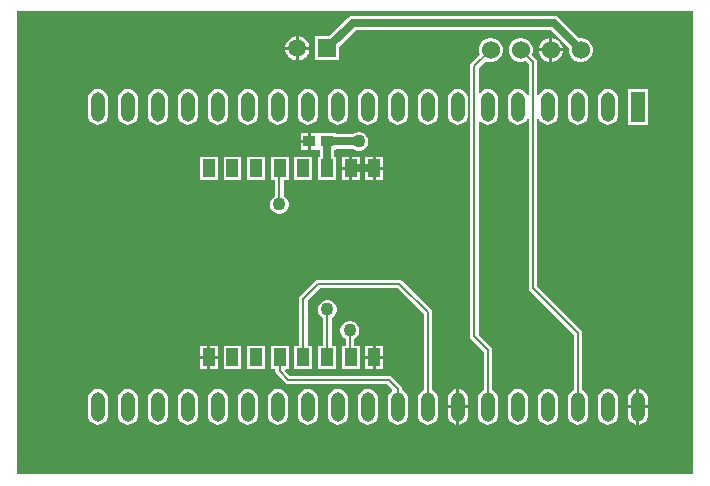
<source format=gbl>
G04*
G04 #@! TF.GenerationSoftware,Altium Limited,Altium Designer,21.3.2 (30)*
G04*
G04 Layer_Physical_Order=2*
G04 Layer_Color=16711680*
%FSTAX24Y24*%
%MOIN*%
G70*
G04*
G04 #@! TF.SameCoordinates,7CA10C46-D00E-43F5-BDD8-F0146F79C00B*
G04*
G04*
G04 #@! TF.FilePolarity,Positive*
G04*
G01*
G75*
%ADD11C,0.0079*%
%ADD18C,0.0276*%
%ADD19C,0.0600*%
%ADD20C,0.0598*%
%ADD21R,0.0598X0.0598*%
%ADD22R,0.0472X0.0984*%
%ADD23O,0.0472X0.0984*%
%ADD24C,0.0433*%
%ADD25R,0.0394X0.0591*%
%ADD26R,0.0394X0.0374*%
G36*
X022683Y015596D02*
Y000152D01*
X000152D01*
Y015596D01*
X022683Y015596D01*
D02*
G37*
%LPC*%
G36*
X009553Y014749D02*
X00955D01*
Y0144D01*
X009899D01*
Y014403D01*
X009872Y014504D01*
X009819Y014595D01*
X009745Y014669D01*
X009654Y014722D01*
X009553Y014749D01*
D02*
G37*
G36*
X00945D02*
X009447D01*
X009346Y014722D01*
X009255Y014669D01*
X009181Y014595D01*
X009128Y014504D01*
X009101Y014403D01*
Y0144D01*
X00945D01*
Y014749D01*
D02*
G37*
G36*
X018003Y0147D02*
X018D01*
Y01435D01*
X01835D01*
Y014353D01*
X018323Y014454D01*
X01827Y014546D01*
X018196Y01462D01*
X018104Y014673D01*
X018003Y0147D01*
D02*
G37*
G36*
X0179D02*
X017897D01*
X017796Y014673D01*
X017704Y01462D01*
X01763Y014546D01*
X017577Y014454D01*
X01755Y014353D01*
Y01435D01*
X0179D01*
Y0147D01*
D02*
G37*
G36*
X009899Y0143D02*
X00955D01*
Y013951D01*
X009553D01*
X009654Y013978D01*
X009745Y014031D01*
X009819Y014105D01*
X009872Y014196D01*
X009899Y014297D01*
Y0143D01*
D02*
G37*
G36*
X00945D02*
X009101D01*
Y014297D01*
X009128Y014196D01*
X009181Y014105D01*
X009255Y014031D01*
X009346Y013978D01*
X009447Y013951D01*
X00945D01*
Y0143D01*
D02*
G37*
G36*
X01135Y015442D02*
X011257Y015424D01*
X011179Y015371D01*
X010556Y014749D01*
X010101D01*
Y013951D01*
X010899D01*
Y014406D01*
X01145Y014958D01*
X01795D01*
X018551Y014356D01*
X01855Y014353D01*
Y014247D01*
X018577Y014146D01*
X01863Y014054D01*
X018704Y01398D01*
X018796Y013927D01*
X018897Y0139D01*
X019003D01*
X019104Y013927D01*
X019196Y01398D01*
X01927Y014054D01*
X019323Y014146D01*
X01935Y014247D01*
Y014353D01*
X019323Y014454D01*
X01927Y014546D01*
X019196Y01462D01*
X019104Y014673D01*
X019003Y0147D01*
X018897D01*
X018894Y014699D01*
X018221Y015371D01*
X018143Y015424D01*
X01805Y015442D01*
X01135D01*
X01135Y015442D01*
D02*
G37*
G36*
X01835Y01425D02*
X018D01*
Y0139D01*
X018003D01*
X018104Y013927D01*
X018196Y01398D01*
X01827Y014054D01*
X018323Y014146D01*
X01835Y014247D01*
Y01425D01*
D02*
G37*
G36*
X0179D02*
X01755D01*
Y014247D01*
X017577Y014146D01*
X01763Y014054D01*
X017704Y01398D01*
X017796Y013927D01*
X017897Y0139D01*
X0179D01*
Y01425D01*
D02*
G37*
G36*
X016003Y0147D02*
X015897D01*
X015796Y014673D01*
X015704Y01462D01*
X01563Y014546D01*
X015577Y014454D01*
X01555Y014353D01*
Y014247D01*
X015577Y014146D01*
X015584Y014135D01*
X0153Y01385D01*
X015269Y013804D01*
X015258Y01375D01*
Y00475D01*
X015269Y004696D01*
X0153Y00465D01*
X015708Y004241D01*
Y002961D01*
X01568Y00295D01*
X01561Y002896D01*
X015556Y002825D01*
X015522Y002744D01*
X015511Y002656D01*
Y002144D01*
X015522Y002056D01*
X015556Y001975D01*
X01561Y001904D01*
X01568Y00185D01*
X015762Y001817D01*
X01585Y001805D01*
X015938Y001817D01*
X01602Y00185D01*
X01609Y001904D01*
X016144Y001975D01*
X016178Y002056D01*
X016189Y002144D01*
Y002656D01*
X016178Y002744D01*
X016144Y002825D01*
X01609Y002896D01*
X01602Y00295D01*
X015992Y002961D01*
Y0043D01*
X015981Y004354D01*
X01595Y0044D01*
X015542Y004809D01*
Y011911D01*
X015592Y011928D01*
X01561Y011904D01*
X01568Y01185D01*
X015762Y011817D01*
X01585Y011805D01*
X015938Y011817D01*
X01602Y01185D01*
X01609Y011904D01*
X016144Y011975D01*
X016178Y012056D01*
X016189Y012144D01*
Y012656D01*
X016178Y012744D01*
X016144Y012825D01*
X01609Y012896D01*
X01602Y01295D01*
X015938Y012983D01*
X01585Y012995D01*
X015762Y012983D01*
X01568Y01295D01*
X01561Y012896D01*
X015592Y012872D01*
X015542Y012889D01*
Y013691D01*
X015785Y013934D01*
X015796Y013927D01*
X015897Y0139D01*
X016003D01*
X016104Y013927D01*
X016196Y01398D01*
X01627Y014054D01*
X016323Y014146D01*
X01635Y014247D01*
Y014353D01*
X016323Y014454D01*
X01627Y014546D01*
X016196Y01462D01*
X016104Y014673D01*
X016003Y0147D01*
D02*
G37*
G36*
X017003D02*
X016897D01*
X016796Y014673D01*
X016704Y01462D01*
X01663Y014546D01*
X016577Y014454D01*
X01655Y014353D01*
Y014247D01*
X016577Y014146D01*
X01663Y014054D01*
X016704Y01398D01*
X016796Y013927D01*
X016897Y0139D01*
X017003D01*
X017104Y013927D01*
X017115Y013934D01*
X017208Y013841D01*
Y012801D01*
X017158Y012791D01*
X017144Y012825D01*
X01709Y012896D01*
X01702Y01295D01*
X016938Y012983D01*
X01685Y012995D01*
X016762Y012983D01*
X01668Y01295D01*
X01661Y012896D01*
X016556Y012825D01*
X016522Y012744D01*
X016511Y012656D01*
Y012144D01*
X016522Y012056D01*
X016556Y011975D01*
X01661Y011904D01*
X01668Y01185D01*
X016762Y011817D01*
X01685Y011805D01*
X016938Y011817D01*
X01702Y01185D01*
X01709Y011904D01*
X017144Y011975D01*
X017158Y012009D01*
X017208Y011999D01*
Y00635D01*
X017219Y006296D01*
X01725Y00625D01*
X018708Y004791D01*
Y002961D01*
X01868Y00295D01*
X01861Y002896D01*
X018556Y002825D01*
X018522Y002744D01*
X018511Y002656D01*
Y002144D01*
X018522Y002056D01*
X018556Y001975D01*
X01861Y001904D01*
X01868Y00185D01*
X018762Y001817D01*
X01885Y001805D01*
X018938Y001817D01*
X01902Y00185D01*
X01909Y001904D01*
X019144Y001975D01*
X019178Y002056D01*
X019189Y002144D01*
Y002656D01*
X019178Y002744D01*
X019144Y002825D01*
X01909Y002896D01*
X01902Y00295D01*
X018992Y002961D01*
Y00485D01*
X018981Y004904D01*
X01895Y00495D01*
X017492Y006409D01*
Y011999D01*
X017542Y012009D01*
X017556Y011975D01*
X01761Y011904D01*
X01768Y01185D01*
X017762Y011817D01*
X01785Y011805D01*
X017938Y011817D01*
X01802Y01185D01*
X01809Y011904D01*
X018144Y011975D01*
X018178Y012056D01*
X018189Y012144D01*
Y012656D01*
X018178Y012744D01*
X018144Y012825D01*
X01809Y012896D01*
X01802Y01295D01*
X017938Y012983D01*
X01785Y012995D01*
X017762Y012983D01*
X01768Y01295D01*
X01761Y012896D01*
X017556Y012825D01*
X017542Y012791D01*
X017492Y012801D01*
Y0139D01*
X017481Y013954D01*
X01745Y014D01*
X017316Y014135D01*
X017323Y014146D01*
X01735Y014247D01*
Y014353D01*
X017323Y014454D01*
X01727Y014546D01*
X017196Y01462D01*
X017104Y014673D01*
X017003Y0147D01*
D02*
G37*
G36*
X021186Y012992D02*
X020514D01*
Y011808D01*
X021186D01*
Y012992D01*
D02*
G37*
G36*
X01985Y012995D02*
X019762Y012983D01*
X01968Y01295D01*
X01961Y012896D01*
X019556Y012825D01*
X019522Y012744D01*
X019511Y012656D01*
Y012144D01*
X019522Y012056D01*
X019556Y011975D01*
X01961Y011904D01*
X01968Y01185D01*
X019762Y011817D01*
X01985Y011805D01*
X019938Y011817D01*
X02002Y01185D01*
X02009Y011904D01*
X020144Y011975D01*
X020178Y012056D01*
X020189Y012144D01*
Y012656D01*
X020178Y012744D01*
X020144Y012825D01*
X02009Y012896D01*
X02002Y01295D01*
X019938Y012983D01*
X01985Y012995D01*
D02*
G37*
G36*
X01885D02*
X018762Y012983D01*
X01868Y01295D01*
X01861Y012896D01*
X018556Y012825D01*
X018522Y012744D01*
X018511Y012656D01*
Y012144D01*
X018522Y012056D01*
X018556Y011975D01*
X01861Y011904D01*
X01868Y01185D01*
X018762Y011817D01*
X01885Y011805D01*
X018938Y011817D01*
X01902Y01185D01*
X01909Y011904D01*
X019144Y011975D01*
X019178Y012056D01*
X019189Y012144D01*
Y012656D01*
X019178Y012744D01*
X019144Y012825D01*
X01909Y012896D01*
X01902Y01295D01*
X018938Y012983D01*
X01885Y012995D01*
D02*
G37*
G36*
X01485D02*
X014762Y012983D01*
X01468Y01295D01*
X01461Y012896D01*
X014556Y012825D01*
X014522Y012744D01*
X014511Y012656D01*
Y012144D01*
X014522Y012056D01*
X014556Y011975D01*
X01461Y011904D01*
X01468Y01185D01*
X014762Y011817D01*
X01485Y011805D01*
X014938Y011817D01*
X01502Y01185D01*
X01509Y011904D01*
X015144Y011975D01*
X015178Y012056D01*
X015189Y012144D01*
Y012656D01*
X015178Y012744D01*
X015144Y012825D01*
X01509Y012896D01*
X01502Y01295D01*
X014938Y012983D01*
X01485Y012995D01*
D02*
G37*
G36*
X01385D02*
X013762Y012983D01*
X01368Y01295D01*
X01361Y012896D01*
X013556Y012825D01*
X013522Y012744D01*
X013511Y012656D01*
Y012144D01*
X013522Y012056D01*
X013556Y011975D01*
X01361Y011904D01*
X01368Y01185D01*
X013762Y011817D01*
X01385Y011805D01*
X013938Y011817D01*
X01402Y01185D01*
X01409Y011904D01*
X014144Y011975D01*
X014178Y012056D01*
X014189Y012144D01*
Y012656D01*
X014178Y012744D01*
X014144Y012825D01*
X01409Y012896D01*
X01402Y01295D01*
X013938Y012983D01*
X01385Y012995D01*
D02*
G37*
G36*
X01285D02*
X012762Y012983D01*
X01268Y01295D01*
X01261Y012896D01*
X012556Y012825D01*
X012522Y012744D01*
X012511Y012656D01*
Y012144D01*
X012522Y012056D01*
X012556Y011975D01*
X01261Y011904D01*
X01268Y01185D01*
X012762Y011817D01*
X01285Y011805D01*
X012938Y011817D01*
X01302Y01185D01*
X01309Y011904D01*
X013144Y011975D01*
X013178Y012056D01*
X013189Y012144D01*
Y012656D01*
X013178Y012744D01*
X013144Y012825D01*
X01309Y012896D01*
X01302Y01295D01*
X012938Y012983D01*
X01285Y012995D01*
D02*
G37*
G36*
X01185D02*
X011762Y012983D01*
X01168Y01295D01*
X01161Y012896D01*
X011556Y012825D01*
X011522Y012744D01*
X011511Y012656D01*
Y012144D01*
X011522Y012056D01*
X011556Y011975D01*
X01161Y011904D01*
X01168Y01185D01*
X011762Y011817D01*
X01185Y011805D01*
X011938Y011817D01*
X01202Y01185D01*
X01209Y011904D01*
X012144Y011975D01*
X012178Y012056D01*
X012189Y012144D01*
Y012656D01*
X012178Y012744D01*
X012144Y012825D01*
X01209Y012896D01*
X01202Y01295D01*
X011938Y012983D01*
X01185Y012995D01*
D02*
G37*
G36*
X01085D02*
X010762Y012983D01*
X01068Y01295D01*
X01061Y012896D01*
X010556Y012825D01*
X010522Y012744D01*
X010511Y012656D01*
Y012144D01*
X010522Y012056D01*
X010556Y011975D01*
X01061Y011904D01*
X01068Y01185D01*
X010762Y011817D01*
X01085Y011805D01*
X010938Y011817D01*
X01102Y01185D01*
X01109Y011904D01*
X011144Y011975D01*
X011178Y012056D01*
X011189Y012144D01*
Y012656D01*
X011178Y012744D01*
X011144Y012825D01*
X01109Y012896D01*
X01102Y01295D01*
X010938Y012983D01*
X01085Y012995D01*
D02*
G37*
G36*
X00985D02*
X009762Y012983D01*
X00968Y01295D01*
X00961Y012896D01*
X009556Y012825D01*
X009522Y012744D01*
X009511Y012656D01*
Y012144D01*
X009522Y012056D01*
X009556Y011975D01*
X00961Y011904D01*
X00968Y01185D01*
X009762Y011817D01*
X00985Y011805D01*
X009938Y011817D01*
X01002Y01185D01*
X01009Y011904D01*
X010144Y011975D01*
X010178Y012056D01*
X010189Y012144D01*
Y012656D01*
X010178Y012744D01*
X010144Y012825D01*
X01009Y012896D01*
X01002Y01295D01*
X009938Y012983D01*
X00985Y012995D01*
D02*
G37*
G36*
X00885D02*
X008762Y012983D01*
X00868Y01295D01*
X00861Y012896D01*
X008556Y012825D01*
X008522Y012744D01*
X008511Y012656D01*
Y012144D01*
X008522Y012056D01*
X008556Y011975D01*
X00861Y011904D01*
X00868Y01185D01*
X008762Y011817D01*
X00885Y011805D01*
X008938Y011817D01*
X00902Y01185D01*
X00909Y011904D01*
X009144Y011975D01*
X009178Y012056D01*
X009189Y012144D01*
Y012656D01*
X009178Y012744D01*
X009144Y012825D01*
X00909Y012896D01*
X00902Y01295D01*
X008938Y012983D01*
X00885Y012995D01*
D02*
G37*
G36*
X00785D02*
X007762Y012983D01*
X00768Y01295D01*
X00761Y012896D01*
X007556Y012825D01*
X007522Y012744D01*
X007511Y012656D01*
Y012144D01*
X007522Y012056D01*
X007556Y011975D01*
X00761Y011904D01*
X00768Y01185D01*
X007762Y011817D01*
X00785Y011805D01*
X007938Y011817D01*
X00802Y01185D01*
X00809Y011904D01*
X008144Y011975D01*
X008178Y012056D01*
X008189Y012144D01*
Y012656D01*
X008178Y012744D01*
X008144Y012825D01*
X00809Y012896D01*
X00802Y01295D01*
X007938Y012983D01*
X00785Y012995D01*
D02*
G37*
G36*
X00685D02*
X006762Y012983D01*
X00668Y01295D01*
X00661Y012896D01*
X006556Y012825D01*
X006522Y012744D01*
X006511Y012656D01*
Y012144D01*
X006522Y012056D01*
X006556Y011975D01*
X00661Y011904D01*
X00668Y01185D01*
X006762Y011817D01*
X00685Y011805D01*
X006938Y011817D01*
X00702Y01185D01*
X00709Y011904D01*
X007144Y011975D01*
X007178Y012056D01*
X007189Y012144D01*
Y012656D01*
X007178Y012744D01*
X007144Y012825D01*
X00709Y012896D01*
X00702Y01295D01*
X006938Y012983D01*
X00685Y012995D01*
D02*
G37*
G36*
X00585D02*
X005762Y012983D01*
X00568Y01295D01*
X00561Y012896D01*
X005556Y012825D01*
X005522Y012744D01*
X005511Y012656D01*
Y012144D01*
X005522Y012056D01*
X005556Y011975D01*
X00561Y011904D01*
X00568Y01185D01*
X005762Y011817D01*
X00585Y011805D01*
X005938Y011817D01*
X00602Y01185D01*
X00609Y011904D01*
X006144Y011975D01*
X006178Y012056D01*
X006189Y012144D01*
Y012656D01*
X006178Y012744D01*
X006144Y012825D01*
X00609Y012896D01*
X00602Y01295D01*
X005938Y012983D01*
X00585Y012995D01*
D02*
G37*
G36*
X00485D02*
X004762Y012983D01*
X00468Y01295D01*
X00461Y012896D01*
X004556Y012825D01*
X004522Y012744D01*
X004511Y012656D01*
Y012144D01*
X004522Y012056D01*
X004556Y011975D01*
X00461Y011904D01*
X00468Y01185D01*
X004762Y011817D01*
X00485Y011805D01*
X004938Y011817D01*
X00502Y01185D01*
X00509Y011904D01*
X005144Y011975D01*
X005178Y012056D01*
X005189Y012144D01*
Y012656D01*
X005178Y012744D01*
X005144Y012825D01*
X00509Y012896D01*
X00502Y01295D01*
X004938Y012983D01*
X00485Y012995D01*
D02*
G37*
G36*
X00385D02*
X003762Y012983D01*
X00368Y01295D01*
X00361Y012896D01*
X003556Y012825D01*
X003522Y012744D01*
X003511Y012656D01*
Y012144D01*
X003522Y012056D01*
X003556Y011975D01*
X00361Y011904D01*
X00368Y01185D01*
X003762Y011817D01*
X00385Y011805D01*
X003938Y011817D01*
X00402Y01185D01*
X00409Y011904D01*
X004144Y011975D01*
X004178Y012056D01*
X004189Y012144D01*
Y012656D01*
X004178Y012744D01*
X004144Y012825D01*
X00409Y012896D01*
X00402Y01295D01*
X003938Y012983D01*
X00385Y012995D01*
D02*
G37*
G36*
X00285D02*
X002762Y012983D01*
X00268Y01295D01*
X00261Y012896D01*
X002556Y012825D01*
X002522Y012744D01*
X002511Y012656D01*
Y012144D01*
X002522Y012056D01*
X002556Y011975D01*
X00261Y011904D01*
X00268Y01185D01*
X002762Y011817D01*
X00285Y011805D01*
X002938Y011817D01*
X00302Y01185D01*
X00309Y011904D01*
X003144Y011975D01*
X003178Y012056D01*
X003189Y012144D01*
Y012656D01*
X003178Y012744D01*
X003144Y012825D01*
X00309Y012896D01*
X00302Y01295D01*
X002938Y012983D01*
X00285Y012995D01*
D02*
G37*
G36*
X011592Y011567D02*
X011508D01*
X011428Y011545D01*
X011356Y011503D01*
X011345Y011492D01*
X010792D01*
Y011537D01*
X009955D01*
Y01125D01*
Y010963D01*
X010249D01*
Y010745D01*
X010191D01*
Y009955D01*
X010784D01*
Y010745D01*
X010734D01*
Y010963D01*
X010792D01*
Y011008D01*
X011345D01*
X011356Y010997D01*
X011428Y010955D01*
X011508Y010933D01*
X011592D01*
X011672Y010955D01*
X011744Y010997D01*
X011803Y011056D01*
X011845Y011128D01*
X011867Y011208D01*
Y011292D01*
X011845Y011372D01*
X011803Y011444D01*
X011744Y011503D01*
X011672Y011545D01*
X011592Y011567D01*
D02*
G37*
G36*
X009855Y011537D02*
X009608D01*
Y0113D01*
X009855D01*
Y011537D01*
D02*
G37*
G36*
Y0112D02*
X009608D01*
Y010963D01*
X009855D01*
Y0112D01*
D02*
G37*
G36*
X012359Y010745D02*
X012112D01*
Y0104D01*
X012359D01*
Y010745D01*
D02*
G37*
G36*
X011572D02*
X011325D01*
Y0104D01*
X011572D01*
Y010745D01*
D02*
G37*
G36*
X012012D02*
X011765D01*
Y0104D01*
X012012D01*
Y010745D01*
D02*
G37*
G36*
X011225D02*
X010978D01*
Y0104D01*
X011225D01*
Y010745D01*
D02*
G37*
G36*
X012359Y0103D02*
X012112D01*
Y009955D01*
X012359D01*
Y0103D01*
D02*
G37*
G36*
X012012D02*
X011765D01*
Y009955D01*
X012012D01*
Y0103D01*
D02*
G37*
G36*
X011572D02*
X011325D01*
Y009955D01*
X011572D01*
Y0103D01*
D02*
G37*
G36*
X011225D02*
X010978D01*
Y009955D01*
X011225D01*
Y0103D01*
D02*
G37*
G36*
X009997Y010745D02*
X009403D01*
Y009955D01*
X009997D01*
Y010745D01*
D02*
G37*
G36*
X008422D02*
X007828D01*
Y009955D01*
X008422D01*
Y010745D01*
D02*
G37*
G36*
X007635D02*
X007041D01*
Y009955D01*
X007635D01*
Y010745D01*
D02*
G37*
G36*
X006847D02*
X006254D01*
Y009955D01*
X006847D01*
Y010745D01*
D02*
G37*
G36*
X009209D02*
X008616D01*
Y009955D01*
X008758D01*
Y009433D01*
X008706Y009403D01*
X008647Y009344D01*
X008605Y009272D01*
X008583Y009192D01*
Y009108D01*
X008605Y009028D01*
X008647Y008956D01*
X008706Y008897D01*
X008778Y008855D01*
X008858Y008833D01*
X008942D01*
X009022Y008855D01*
X009094Y008897D01*
X009153Y008956D01*
X009195Y009028D01*
X009217Y009108D01*
Y009192D01*
X009195Y009272D01*
X009153Y009344D01*
X009094Y009403D01*
X009042Y009433D01*
Y009955D01*
X009209D01*
Y010745D01*
D02*
G37*
G36*
X012359Y004446D02*
X012112D01*
Y004101D01*
X012359D01*
Y004446D01*
D02*
G37*
G36*
X006847D02*
X0066D01*
Y004101D01*
X006847D01*
Y004446D01*
D02*
G37*
G36*
X012012D02*
X011765D01*
Y004101D01*
X012012D01*
Y004446D01*
D02*
G37*
G36*
X0065D02*
X006254D01*
Y004101D01*
X0065D01*
Y004446D01*
D02*
G37*
G36*
X012359Y004001D02*
X012112D01*
Y003656D01*
X012359D01*
Y004001D01*
D02*
G37*
G36*
X012012D02*
X011765D01*
Y003656D01*
X012012D01*
Y004001D01*
D02*
G37*
G36*
X011292Y005267D02*
X011208D01*
X011128Y005245D01*
X011056Y005203D01*
X010997Y005144D01*
X010955Y005072D01*
X010933Y004992D01*
Y004908D01*
X010955Y004828D01*
X010997Y004756D01*
X011056Y004697D01*
X011108Y004667D01*
Y004446D01*
X010978D01*
Y003656D01*
X011572D01*
Y004446D01*
X011392D01*
Y004667D01*
X011444Y004697D01*
X011503Y004756D01*
X011545Y004828D01*
X011567Y004908D01*
Y004992D01*
X011545Y005072D01*
X011503Y005144D01*
X011444Y005203D01*
X011372Y005245D01*
X011292Y005267D01*
D02*
G37*
G36*
X010542Y005967D02*
X010458D01*
X010378Y005945D01*
X010306Y005903D01*
X010247Y005844D01*
X010205Y005772D01*
X010183Y005692D01*
Y005608D01*
X010205Y005528D01*
X010247Y005456D01*
X010306Y005397D01*
X010358Y005367D01*
Y004446D01*
X010191D01*
Y003656D01*
X010784D01*
Y004446D01*
X010642D01*
Y005367D01*
X010694Y005397D01*
X010753Y005456D01*
X010795Y005528D01*
X010817Y005608D01*
Y005692D01*
X010795Y005772D01*
X010753Y005844D01*
X010694Y005903D01*
X010622Y005945D01*
X010542Y005967D01*
D02*
G37*
G36*
X008422Y004446D02*
X007828D01*
Y003656D01*
X008422D01*
Y004446D01*
D02*
G37*
G36*
X007635D02*
X007041D01*
Y003656D01*
X007635D01*
Y004446D01*
D02*
G37*
G36*
X006847Y004001D02*
X0066D01*
Y003656D01*
X006847D01*
Y004001D01*
D02*
G37*
G36*
X0065D02*
X006254D01*
Y003656D01*
X0065D01*
Y004001D01*
D02*
G37*
G36*
X0209Y002988D02*
Y00245D01*
X021189D01*
Y002656D01*
X021178Y002744D01*
X021144Y002825D01*
X02109Y002896D01*
X02102Y00295D01*
X020938Y002983D01*
X0209Y002988D01*
D02*
G37*
G36*
X0149D02*
Y00245D01*
X015189D01*
Y002656D01*
X015178Y002744D01*
X015144Y002825D01*
X01509Y002896D01*
X01502Y00295D01*
X014938Y002983D01*
X0149Y002988D01*
D02*
G37*
G36*
X0208D02*
X020762Y002983D01*
X02068Y00295D01*
X02061Y002896D01*
X020556Y002825D01*
X020522Y002744D01*
X020511Y002656D01*
Y00245D01*
X0208D01*
Y002988D01*
D02*
G37*
G36*
X0148D02*
X014762Y002983D01*
X01468Y00295D01*
X01461Y002896D01*
X014556Y002825D01*
X014522Y002744D01*
X014511Y002656D01*
Y00245D01*
X0148D01*
Y002988D01*
D02*
G37*
G36*
X015189Y00235D02*
X0149D01*
Y001812D01*
X014938Y001817D01*
X01502Y00185D01*
X01509Y001904D01*
X015144Y001975D01*
X015178Y002056D01*
X015189Y002144D01*
Y00235D01*
D02*
G37*
G36*
X021189D02*
X0209D01*
Y001812D01*
X020938Y001817D01*
X02102Y00185D01*
X02109Y001904D01*
X021144Y001975D01*
X021178Y002056D01*
X021189Y002144D01*
Y00235D01*
D02*
G37*
G36*
X0208D02*
X020511D01*
Y002144D01*
X020522Y002056D01*
X020556Y001975D01*
X02061Y001904D01*
X02068Y00185D01*
X020762Y001817D01*
X0208Y001812D01*
Y00235D01*
D02*
G37*
G36*
X0148D02*
X014511D01*
Y002144D01*
X014522Y002056D01*
X014556Y001975D01*
X01461Y001904D01*
X01468Y00185D01*
X014762Y001817D01*
X0148Y001812D01*
Y00235D01*
D02*
G37*
G36*
X01985Y002995D02*
X019762Y002983D01*
X01968Y00295D01*
X01961Y002896D01*
X019556Y002825D01*
X019522Y002744D01*
X019511Y002656D01*
Y002144D01*
X019522Y002056D01*
X019556Y001975D01*
X01961Y001904D01*
X01968Y00185D01*
X019762Y001817D01*
X01985Y001805D01*
X019938Y001817D01*
X02002Y00185D01*
X02009Y001904D01*
X020144Y001975D01*
X020178Y002056D01*
X020189Y002144D01*
Y002656D01*
X020178Y002744D01*
X020144Y002825D01*
X02009Y002896D01*
X02002Y00295D01*
X019938Y002983D01*
X01985Y002995D01*
D02*
G37*
G36*
X01785D02*
X017762Y002983D01*
X01768Y00295D01*
X01761Y002896D01*
X017556Y002825D01*
X017522Y002744D01*
X017511Y002656D01*
Y002144D01*
X017522Y002056D01*
X017556Y001975D01*
X01761Y001904D01*
X01768Y00185D01*
X017762Y001817D01*
X01785Y001805D01*
X017938Y001817D01*
X01802Y00185D01*
X01809Y001904D01*
X018144Y001975D01*
X018178Y002056D01*
X018189Y002144D01*
Y002656D01*
X018178Y002744D01*
X018144Y002825D01*
X01809Y002896D01*
X01802Y00295D01*
X017938Y002983D01*
X01785Y002995D01*
D02*
G37*
G36*
X01685D02*
X016762Y002983D01*
X01668Y00295D01*
X01661Y002896D01*
X016556Y002825D01*
X016522Y002744D01*
X016511Y002656D01*
Y002144D01*
X016522Y002056D01*
X016556Y001975D01*
X01661Y001904D01*
X01668Y00185D01*
X016762Y001817D01*
X01685Y001805D01*
X016938Y001817D01*
X01702Y00185D01*
X01709Y001904D01*
X017144Y001975D01*
X017178Y002056D01*
X017189Y002144D01*
Y002656D01*
X017178Y002744D01*
X017144Y002825D01*
X01709Y002896D01*
X01702Y00295D01*
X016938Y002983D01*
X01685Y002995D01*
D02*
G37*
G36*
X0129Y006642D02*
X0102D01*
X010146Y006631D01*
X0101Y0066D01*
X0096Y0061D01*
X009569Y006054D01*
X009558Y006D01*
Y004446D01*
X009403D01*
Y003656D01*
X009997D01*
Y004446D01*
X009842D01*
Y005941D01*
X010259Y006358D01*
X012841D01*
X013708Y005491D01*
Y002961D01*
X01368Y00295D01*
X01361Y002896D01*
X013556Y002825D01*
X013522Y002744D01*
X013511Y002656D01*
Y002144D01*
X013522Y002056D01*
X013556Y001975D01*
X01361Y001904D01*
X01368Y00185D01*
X013762Y001817D01*
X01385Y001805D01*
X013938Y001817D01*
X01402Y00185D01*
X01409Y001904D01*
X014144Y001975D01*
X014178Y002056D01*
X014189Y002144D01*
Y002656D01*
X014178Y002744D01*
X014144Y002825D01*
X01409Y002896D01*
X01402Y00295D01*
X013992Y002961D01*
Y00555D01*
X013981Y005604D01*
X01395Y00565D01*
X013Y0066D01*
X012954Y006631D01*
X0129Y006642D01*
D02*
G37*
G36*
X009209Y004446D02*
X008616D01*
Y003656D01*
X00877D01*
Y003587D01*
X008781Y003533D01*
X008812Y003487D01*
X0091Y0032D01*
X009146Y003169D01*
X0092Y003158D01*
X012491D01*
X012658Y002991D01*
X012651Y002927D01*
X01261Y002896D01*
X012556Y002825D01*
X012522Y002744D01*
X012511Y002656D01*
Y002144D01*
X012522Y002056D01*
X012556Y001975D01*
X01261Y001904D01*
X01268Y00185D01*
X012762Y001817D01*
X01285Y001805D01*
X012938Y001817D01*
X01302Y00185D01*
X01309Y001904D01*
X013144Y001975D01*
X013178Y002056D01*
X013189Y002144D01*
Y002656D01*
X013178Y002744D01*
X013144Y002825D01*
X01309Y002896D01*
X01302Y00295D01*
X012992Y002961D01*
Y003D01*
X012981Y003054D01*
X01295Y0031D01*
X01265Y0034D01*
X012604Y003431D01*
X01255Y003442D01*
X009259D01*
X009095Y003606D01*
X009116Y003656D01*
X009209D01*
Y004446D01*
D02*
G37*
G36*
X01185Y002995D02*
X011762Y002983D01*
X01168Y00295D01*
X01161Y002896D01*
X011556Y002825D01*
X011522Y002744D01*
X011511Y002656D01*
Y002144D01*
X011522Y002056D01*
X011556Y001975D01*
X01161Y001904D01*
X01168Y00185D01*
X011762Y001817D01*
X01185Y001805D01*
X011938Y001817D01*
X01202Y00185D01*
X01209Y001904D01*
X012144Y001975D01*
X012178Y002056D01*
X012189Y002144D01*
Y002656D01*
X012178Y002744D01*
X012144Y002825D01*
X01209Y002896D01*
X01202Y00295D01*
X011938Y002983D01*
X01185Y002995D01*
D02*
G37*
G36*
X01085D02*
X010762Y002983D01*
X01068Y00295D01*
X01061Y002896D01*
X010556Y002825D01*
X010522Y002744D01*
X010511Y002656D01*
Y002144D01*
X010522Y002056D01*
X010556Y001975D01*
X01061Y001904D01*
X01068Y00185D01*
X010762Y001817D01*
X01085Y001805D01*
X010938Y001817D01*
X01102Y00185D01*
X01109Y001904D01*
X011144Y001975D01*
X011178Y002056D01*
X011189Y002144D01*
Y002656D01*
X011178Y002744D01*
X011144Y002825D01*
X01109Y002896D01*
X01102Y00295D01*
X010938Y002983D01*
X01085Y002995D01*
D02*
G37*
G36*
X00985D02*
X009762Y002983D01*
X00968Y00295D01*
X00961Y002896D01*
X009556Y002825D01*
X009522Y002744D01*
X009511Y002656D01*
Y002144D01*
X009522Y002056D01*
X009556Y001975D01*
X00961Y001904D01*
X00968Y00185D01*
X009762Y001817D01*
X00985Y001805D01*
X009938Y001817D01*
X01002Y00185D01*
X01009Y001904D01*
X010144Y001975D01*
X010178Y002056D01*
X010189Y002144D01*
Y002656D01*
X010178Y002744D01*
X010144Y002825D01*
X01009Y002896D01*
X01002Y00295D01*
X009938Y002983D01*
X00985Y002995D01*
D02*
G37*
G36*
X00885D02*
X008762Y002983D01*
X00868Y00295D01*
X00861Y002896D01*
X008556Y002825D01*
X008522Y002744D01*
X008511Y002656D01*
Y002144D01*
X008522Y002056D01*
X008556Y001975D01*
X00861Y001904D01*
X00868Y00185D01*
X008762Y001817D01*
X00885Y001805D01*
X008938Y001817D01*
X00902Y00185D01*
X00909Y001904D01*
X009144Y001975D01*
X009178Y002056D01*
X009189Y002144D01*
Y002656D01*
X009178Y002744D01*
X009144Y002825D01*
X00909Y002896D01*
X00902Y00295D01*
X008938Y002983D01*
X00885Y002995D01*
D02*
G37*
G36*
X00785D02*
X007762Y002983D01*
X00768Y00295D01*
X00761Y002896D01*
X007556Y002825D01*
X007522Y002744D01*
X007511Y002656D01*
Y002144D01*
X007522Y002056D01*
X007556Y001975D01*
X00761Y001904D01*
X00768Y00185D01*
X007762Y001817D01*
X00785Y001805D01*
X007938Y001817D01*
X00802Y00185D01*
X00809Y001904D01*
X008144Y001975D01*
X008178Y002056D01*
X008189Y002144D01*
Y002656D01*
X008178Y002744D01*
X008144Y002825D01*
X00809Y002896D01*
X00802Y00295D01*
X007938Y002983D01*
X00785Y002995D01*
D02*
G37*
G36*
X00685D02*
X006762Y002983D01*
X00668Y00295D01*
X00661Y002896D01*
X006556Y002825D01*
X006522Y002744D01*
X006511Y002656D01*
Y002144D01*
X006522Y002056D01*
X006556Y001975D01*
X00661Y001904D01*
X00668Y00185D01*
X006762Y001817D01*
X00685Y001805D01*
X006938Y001817D01*
X00702Y00185D01*
X00709Y001904D01*
X007144Y001975D01*
X007178Y002056D01*
X007189Y002144D01*
Y002656D01*
X007178Y002744D01*
X007144Y002825D01*
X00709Y002896D01*
X00702Y00295D01*
X006938Y002983D01*
X00685Y002995D01*
D02*
G37*
G36*
X00585D02*
X005762Y002983D01*
X00568Y00295D01*
X00561Y002896D01*
X005556Y002825D01*
X005522Y002744D01*
X005511Y002656D01*
Y002144D01*
X005522Y002056D01*
X005556Y001975D01*
X00561Y001904D01*
X00568Y00185D01*
X005762Y001817D01*
X00585Y001805D01*
X005938Y001817D01*
X00602Y00185D01*
X00609Y001904D01*
X006144Y001975D01*
X006178Y002056D01*
X006189Y002144D01*
Y002656D01*
X006178Y002744D01*
X006144Y002825D01*
X00609Y002896D01*
X00602Y00295D01*
X005938Y002983D01*
X00585Y002995D01*
D02*
G37*
G36*
X00485D02*
X004762Y002983D01*
X00468Y00295D01*
X00461Y002896D01*
X004556Y002825D01*
X004522Y002744D01*
X004511Y002656D01*
Y002144D01*
X004522Y002056D01*
X004556Y001975D01*
X00461Y001904D01*
X00468Y00185D01*
X004762Y001817D01*
X00485Y001805D01*
X004938Y001817D01*
X00502Y00185D01*
X00509Y001904D01*
X005144Y001975D01*
X005178Y002056D01*
X005189Y002144D01*
Y002656D01*
X005178Y002744D01*
X005144Y002825D01*
X00509Y002896D01*
X00502Y00295D01*
X004938Y002983D01*
X00485Y002995D01*
D02*
G37*
G36*
X00385D02*
X003762Y002983D01*
X00368Y00295D01*
X00361Y002896D01*
X003556Y002825D01*
X003522Y002744D01*
X003511Y002656D01*
Y002144D01*
X003522Y002056D01*
X003556Y001975D01*
X00361Y001904D01*
X00368Y00185D01*
X003762Y001817D01*
X00385Y001805D01*
X003938Y001817D01*
X00402Y00185D01*
X00409Y001904D01*
X004144Y001975D01*
X004178Y002056D01*
X004189Y002144D01*
Y002656D01*
X004178Y002744D01*
X004144Y002825D01*
X00409Y002896D01*
X00402Y00295D01*
X003938Y002983D01*
X00385Y002995D01*
D02*
G37*
G36*
X00285D02*
X002762Y002983D01*
X00268Y00295D01*
X00261Y002896D01*
X002556Y002825D01*
X002522Y002744D01*
X002511Y002656D01*
Y002144D01*
X002522Y002056D01*
X002556Y001975D01*
X00261Y001904D01*
X00268Y00185D01*
X002762Y001817D01*
X00285Y001805D01*
X002938Y001817D01*
X00302Y00185D01*
X00309Y001904D01*
X003144Y001975D01*
X003178Y002056D01*
X003189Y002144D01*
Y002656D01*
X003178Y002744D01*
X003144Y002825D01*
X00309Y002896D01*
X00302Y00295D01*
X002938Y002983D01*
X00285Y002995D01*
D02*
G37*
%LPD*%
D11*
X0089Y00915D02*
Y010337D01*
X008913Y01035D01*
X01255Y0033D02*
X01285Y003D01*
X008913Y003587D02*
X0092Y0033D01*
X01255D01*
X0129Y0065D02*
X01385Y00555D01*
X0102Y0065D02*
X0129D01*
X01385Y0024D02*
Y00555D01*
X0097Y006D02*
X0102Y0065D01*
X01125Y004076D02*
X011275Y004051D01*
X01125Y004076D02*
Y00495D01*
X0097Y004051D02*
Y006D01*
X0105Y004063D02*
Y00565D01*
X010487Y004051D02*
X0105Y004063D01*
X01285Y0024D02*
Y003D01*
X008913Y003587D02*
Y004051D01*
X01735Y00635D02*
Y0139D01*
X01885Y0024D02*
Y00485D01*
X01735Y00635D02*
X01885Y00485D01*
X01695Y0143D02*
X01735Y0139D01*
X0154Y00475D02*
Y01375D01*
X01585Y0024D02*
Y0043D01*
X0154Y00475D02*
X01585Y0043D01*
X0154Y01375D02*
X01595Y0143D01*
D18*
X011275Y01035D02*
X012062D01*
X010491Y010354D02*
Y011246D01*
X010495Y01125D01*
X010487Y01035D02*
X010491Y010354D01*
X010495Y01125D02*
X01155D01*
X01135Y0152D02*
X01805D01*
X0105Y01435D02*
X01135Y0152D01*
X01805D02*
X01895Y0143D01*
D19*
X01595D02*
D03*
X01895D02*
D03*
X01695D02*
D03*
X01795D02*
D03*
D20*
X0095Y01435D02*
D03*
D21*
X0105D02*
D03*
D22*
X02085Y0124D02*
D03*
D23*
X01985D02*
D03*
X01885D02*
D03*
X01785D02*
D03*
X01685D02*
D03*
X01585D02*
D03*
X01485D02*
D03*
X01385D02*
D03*
X01285D02*
D03*
X01185D02*
D03*
X01085D02*
D03*
X00985D02*
D03*
X00885D02*
D03*
X00785D02*
D03*
X00685D02*
D03*
X00585D02*
D03*
X00485D02*
D03*
X00385D02*
D03*
X00285D02*
D03*
X02085Y0024D02*
D03*
X01985D02*
D03*
X01885D02*
D03*
X01785D02*
D03*
X01685D02*
D03*
X01585D02*
D03*
X01485D02*
D03*
X01385D02*
D03*
X01285D02*
D03*
X01185D02*
D03*
X01085D02*
D03*
X00985D02*
D03*
X00885D02*
D03*
X00785D02*
D03*
X00685D02*
D03*
X00585D02*
D03*
X00485D02*
D03*
X00385D02*
D03*
X00285D02*
D03*
D24*
X0089Y00915D02*
D03*
X01125Y00495D02*
D03*
X0105Y00565D02*
D03*
X01155Y01125D02*
D03*
D25*
X012062Y004051D02*
D03*
X011275D02*
D03*
X010487D02*
D03*
X0097D02*
D03*
X008913D02*
D03*
X008125D02*
D03*
X007338D02*
D03*
X00655D02*
D03*
X012062Y01035D02*
D03*
X011275D02*
D03*
X010487D02*
D03*
X0097D02*
D03*
X008913D02*
D03*
X008125D02*
D03*
X007338D02*
D03*
X00655D02*
D03*
D26*
X009905Y01125D02*
D03*
X010495D02*
D03*
M02*

</source>
